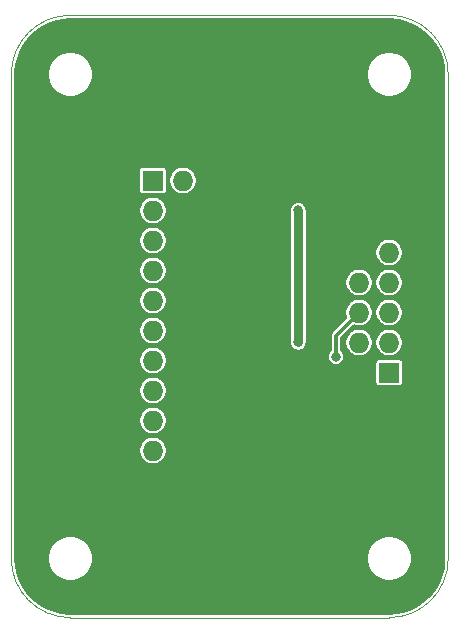
<source format=gbr>
G04 #@! TF.GenerationSoftware,KiCad,Pcbnew,5.1.5-52549c5~84~ubuntu19.10.1*
G04 #@! TF.CreationDate,2020-03-01T16:09:57+02:00*
G04 #@! TF.ProjectId,ARM-JTAG-TC2050-AVR,41524d2d-4a54-4414-972d-544332303530,v1.0*
G04 #@! TF.SameCoordinates,Original*
G04 #@! TF.FileFunction,Copper,L2,Bot*
G04 #@! TF.FilePolarity,Positive*
%FSLAX46Y46*%
G04 Gerber Fmt 4.6, Leading zero omitted, Abs format (unit mm)*
G04 Created by KiCad (PCBNEW 5.1.5-52549c5~84~ubuntu19.10.1) date 2020-03-01 16:09:57*
%MOMM*%
%LPD*%
G04 APERTURE LIST*
%ADD10C,0.050000*%
%ADD11O,1.727200X1.727200*%
%ADD12R,1.727200X1.727200*%
%ADD13C,0.800000*%
%ADD14C,0.300000*%
%ADD15C,0.800000*%
%ADD16C,0.200000*%
G04 APERTURE END LIST*
D10*
X82000000Y-50000000D02*
G75*
G02X87000000Y-55000000I0J-5000000D01*
G01*
X87000000Y-96000000D02*
G75*
G02X82000000Y-101000000I-5000000J0D01*
G01*
X55000000Y-101000000D02*
G75*
G02X50000000Y-96000000I0J5000000D01*
G01*
X50000000Y-55000000D02*
G75*
G02X55000000Y-50000000I5000000J0D01*
G01*
X55000000Y-50000000D02*
X82000000Y-50000000D01*
X87000000Y-55000000D02*
X87000000Y-96000000D01*
X55000000Y-101000000D02*
X82000000Y-101000000D01*
X50000000Y-55000000D02*
X50000000Y-96000000D01*
D11*
X79460000Y-70100000D03*
X82000000Y-70100000D03*
X79460000Y-72640000D03*
X82000000Y-72640000D03*
X79460000Y-75180000D03*
X82000000Y-75180000D03*
X79460000Y-77720000D03*
X82000000Y-77720000D03*
X79460000Y-80260000D03*
D12*
X82000000Y-80260000D03*
D11*
X64540000Y-86860000D03*
X62000000Y-86860000D03*
X64540000Y-84320000D03*
X62000000Y-84320000D03*
X64540000Y-81780000D03*
X62000000Y-81780000D03*
X64540000Y-79240000D03*
X62000000Y-79240000D03*
X64540000Y-76700000D03*
X62000000Y-76700000D03*
X64540000Y-74160000D03*
X62000000Y-74160000D03*
X64540000Y-71620000D03*
X62000000Y-71620000D03*
X64540000Y-69080000D03*
X62000000Y-69080000D03*
X64540000Y-66540000D03*
X62000000Y-66540000D03*
X64540000Y-64000000D03*
D12*
X62000000Y-64000000D03*
D13*
X63600000Y-56500000D03*
X72400000Y-72000000D03*
X71900000Y-78300000D03*
X73900000Y-81700000D03*
X72100000Y-85900000D03*
X71700000Y-69000000D03*
X70600000Y-66100000D03*
X81800000Y-61700000D03*
X81400000Y-88600000D03*
X70900000Y-95400000D03*
X55600000Y-89300000D03*
X55800000Y-76600000D03*
X73400000Y-55600000D03*
X52900000Y-60700000D03*
X62800000Y-98900000D03*
X77500000Y-78900000D03*
X74300000Y-77700000D03*
X74300000Y-66500000D03*
D14*
X79460000Y-75180000D02*
X77500000Y-77140000D01*
X77500000Y-77140000D02*
X77500000Y-78900000D01*
D15*
X74300000Y-77700000D02*
X74300000Y-66500000D01*
D16*
G36*
X82827641Y-50400156D02*
G01*
X83629125Y-50619418D01*
X84379110Y-50977142D01*
X85053896Y-51462025D01*
X85632155Y-52058741D01*
X86095602Y-52748425D01*
X86429593Y-53509276D01*
X86624171Y-54319751D01*
X86675000Y-55011914D01*
X86675001Y-95985519D01*
X86599843Y-96827643D01*
X86380582Y-97629125D01*
X86022858Y-98379110D01*
X85537975Y-99053896D01*
X84941259Y-99632155D01*
X84251576Y-100095601D01*
X83490723Y-100429593D01*
X82680249Y-100624171D01*
X81988086Y-100675000D01*
X55014469Y-100675000D01*
X54172357Y-100599843D01*
X53370875Y-100380582D01*
X52620890Y-100022858D01*
X51946104Y-99537975D01*
X51367845Y-98941259D01*
X50904399Y-98251576D01*
X50570407Y-97490723D01*
X50375829Y-96680249D01*
X50325000Y-95988086D01*
X50325000Y-95812866D01*
X53100000Y-95812866D01*
X53100000Y-96187134D01*
X53173016Y-96554209D01*
X53316242Y-96899987D01*
X53524174Y-97211179D01*
X53788821Y-97475826D01*
X54100013Y-97683758D01*
X54445791Y-97826984D01*
X54812866Y-97900000D01*
X55187134Y-97900000D01*
X55554209Y-97826984D01*
X55899987Y-97683758D01*
X56211179Y-97475826D01*
X56475826Y-97211179D01*
X56683758Y-96899987D01*
X56826984Y-96554209D01*
X56900000Y-96187134D01*
X56900000Y-95812866D01*
X80100000Y-95812866D01*
X80100000Y-96187134D01*
X80173016Y-96554209D01*
X80316242Y-96899987D01*
X80524174Y-97211179D01*
X80788821Y-97475826D01*
X81100013Y-97683758D01*
X81445791Y-97826984D01*
X81812866Y-97900000D01*
X82187134Y-97900000D01*
X82554209Y-97826984D01*
X82899987Y-97683758D01*
X83211179Y-97475826D01*
X83475826Y-97211179D01*
X83683758Y-96899987D01*
X83826984Y-96554209D01*
X83900000Y-96187134D01*
X83900000Y-95812866D01*
X83826984Y-95445791D01*
X83683758Y-95100013D01*
X83475826Y-94788821D01*
X83211179Y-94524174D01*
X82899987Y-94316242D01*
X82554209Y-94173016D01*
X82187134Y-94100000D01*
X81812866Y-94100000D01*
X81445791Y-94173016D01*
X81100013Y-94316242D01*
X80788821Y-94524174D01*
X80524174Y-94788821D01*
X80316242Y-95100013D01*
X80173016Y-95445791D01*
X80100000Y-95812866D01*
X56900000Y-95812866D01*
X56826984Y-95445791D01*
X56683758Y-95100013D01*
X56475826Y-94788821D01*
X56211179Y-94524174D01*
X55899987Y-94316242D01*
X55554209Y-94173016D01*
X55187134Y-94100000D01*
X54812866Y-94100000D01*
X54445791Y-94173016D01*
X54100013Y-94316242D01*
X53788821Y-94524174D01*
X53524174Y-94788821D01*
X53316242Y-95100013D01*
X53173016Y-95445791D01*
X53100000Y-95812866D01*
X50325000Y-95812866D01*
X50325000Y-86745395D01*
X60836400Y-86745395D01*
X60836400Y-86974605D01*
X60881117Y-87199410D01*
X60968831Y-87411171D01*
X61096173Y-87601752D01*
X61258248Y-87763827D01*
X61448829Y-87891169D01*
X61660590Y-87978883D01*
X61885395Y-88023600D01*
X62114605Y-88023600D01*
X62339410Y-87978883D01*
X62551171Y-87891169D01*
X62741752Y-87763827D01*
X62903827Y-87601752D01*
X63031169Y-87411171D01*
X63118883Y-87199410D01*
X63163600Y-86974605D01*
X63163600Y-86745395D01*
X63118883Y-86520590D01*
X63031169Y-86308829D01*
X62903827Y-86118248D01*
X62741752Y-85956173D01*
X62551171Y-85828831D01*
X62339410Y-85741117D01*
X62114605Y-85696400D01*
X61885395Y-85696400D01*
X61660590Y-85741117D01*
X61448829Y-85828831D01*
X61258248Y-85956173D01*
X61096173Y-86118248D01*
X60968831Y-86308829D01*
X60881117Y-86520590D01*
X60836400Y-86745395D01*
X50325000Y-86745395D01*
X50325000Y-84205395D01*
X60836400Y-84205395D01*
X60836400Y-84434605D01*
X60881117Y-84659410D01*
X60968831Y-84871171D01*
X61096173Y-85061752D01*
X61258248Y-85223827D01*
X61448829Y-85351169D01*
X61660590Y-85438883D01*
X61885395Y-85483600D01*
X62114605Y-85483600D01*
X62339410Y-85438883D01*
X62551171Y-85351169D01*
X62741752Y-85223827D01*
X62903827Y-85061752D01*
X63031169Y-84871171D01*
X63118883Y-84659410D01*
X63163600Y-84434605D01*
X63163600Y-84205395D01*
X63118883Y-83980590D01*
X63031169Y-83768829D01*
X62903827Y-83578248D01*
X62741752Y-83416173D01*
X62551171Y-83288831D01*
X62339410Y-83201117D01*
X62114605Y-83156400D01*
X61885395Y-83156400D01*
X61660590Y-83201117D01*
X61448829Y-83288831D01*
X61258248Y-83416173D01*
X61096173Y-83578248D01*
X60968831Y-83768829D01*
X60881117Y-83980590D01*
X60836400Y-84205395D01*
X50325000Y-84205395D01*
X50325000Y-81665395D01*
X60836400Y-81665395D01*
X60836400Y-81894605D01*
X60881117Y-82119410D01*
X60968831Y-82331171D01*
X61096173Y-82521752D01*
X61258248Y-82683827D01*
X61448829Y-82811169D01*
X61660590Y-82898883D01*
X61885395Y-82943600D01*
X62114605Y-82943600D01*
X62339410Y-82898883D01*
X62551171Y-82811169D01*
X62741752Y-82683827D01*
X62903827Y-82521752D01*
X63031169Y-82331171D01*
X63118883Y-82119410D01*
X63163600Y-81894605D01*
X63163600Y-81665395D01*
X63118883Y-81440590D01*
X63031169Y-81228829D01*
X62903827Y-81038248D01*
X62741752Y-80876173D01*
X62551171Y-80748831D01*
X62339410Y-80661117D01*
X62114605Y-80616400D01*
X61885395Y-80616400D01*
X61660590Y-80661117D01*
X61448829Y-80748831D01*
X61258248Y-80876173D01*
X61096173Y-81038248D01*
X60968831Y-81228829D01*
X60881117Y-81440590D01*
X60836400Y-81665395D01*
X50325000Y-81665395D01*
X50325000Y-79125395D01*
X60836400Y-79125395D01*
X60836400Y-79354605D01*
X60881117Y-79579410D01*
X60968831Y-79791171D01*
X61096173Y-79981752D01*
X61258248Y-80143827D01*
X61448829Y-80271169D01*
X61660590Y-80358883D01*
X61885395Y-80403600D01*
X62114605Y-80403600D01*
X62339410Y-80358883D01*
X62551171Y-80271169D01*
X62741752Y-80143827D01*
X62903827Y-79981752D01*
X63031169Y-79791171D01*
X63118883Y-79579410D01*
X63163600Y-79354605D01*
X63163600Y-79125395D01*
X63118883Y-78900590D01*
X63090082Y-78831056D01*
X76800000Y-78831056D01*
X76800000Y-78968944D01*
X76826901Y-79104182D01*
X76879668Y-79231574D01*
X76956274Y-79346224D01*
X77053776Y-79443726D01*
X77168426Y-79520332D01*
X77295818Y-79573099D01*
X77431056Y-79600000D01*
X77568944Y-79600000D01*
X77704182Y-79573099D01*
X77831574Y-79520332D01*
X77946224Y-79443726D01*
X77993550Y-79396400D01*
X80834949Y-79396400D01*
X80834949Y-81123600D01*
X80840741Y-81182410D01*
X80857896Y-81238960D01*
X80885753Y-81291077D01*
X80923242Y-81336758D01*
X80968923Y-81374247D01*
X81021040Y-81402104D01*
X81077590Y-81419259D01*
X81136400Y-81425051D01*
X82863600Y-81425051D01*
X82922410Y-81419259D01*
X82978960Y-81402104D01*
X83031077Y-81374247D01*
X83076758Y-81336758D01*
X83114247Y-81291077D01*
X83142104Y-81238960D01*
X83159259Y-81182410D01*
X83165051Y-81123600D01*
X83165051Y-79396400D01*
X83159259Y-79337590D01*
X83142104Y-79281040D01*
X83114247Y-79228923D01*
X83076758Y-79183242D01*
X83031077Y-79145753D01*
X82978960Y-79117896D01*
X82922410Y-79100741D01*
X82863600Y-79094949D01*
X81136400Y-79094949D01*
X81077590Y-79100741D01*
X81021040Y-79117896D01*
X80968923Y-79145753D01*
X80923242Y-79183242D01*
X80885753Y-79228923D01*
X80857896Y-79281040D01*
X80840741Y-79337590D01*
X80834949Y-79396400D01*
X77993550Y-79396400D01*
X78043726Y-79346224D01*
X78120332Y-79231574D01*
X78173099Y-79104182D01*
X78200000Y-78968944D01*
X78200000Y-78831056D01*
X78173099Y-78695818D01*
X78120332Y-78568426D01*
X78043726Y-78453776D01*
X77950000Y-78360050D01*
X77950000Y-77605395D01*
X78296400Y-77605395D01*
X78296400Y-77834605D01*
X78341117Y-78059410D01*
X78428831Y-78271171D01*
X78556173Y-78461752D01*
X78718248Y-78623827D01*
X78908829Y-78751169D01*
X79120590Y-78838883D01*
X79345395Y-78883600D01*
X79574605Y-78883600D01*
X79799410Y-78838883D01*
X80011171Y-78751169D01*
X80201752Y-78623827D01*
X80363827Y-78461752D01*
X80491169Y-78271171D01*
X80578883Y-78059410D01*
X80623600Y-77834605D01*
X80623600Y-77605395D01*
X80836400Y-77605395D01*
X80836400Y-77834605D01*
X80881117Y-78059410D01*
X80968831Y-78271171D01*
X81096173Y-78461752D01*
X81258248Y-78623827D01*
X81448829Y-78751169D01*
X81660590Y-78838883D01*
X81885395Y-78883600D01*
X82114605Y-78883600D01*
X82339410Y-78838883D01*
X82551171Y-78751169D01*
X82741752Y-78623827D01*
X82903827Y-78461752D01*
X83031169Y-78271171D01*
X83118883Y-78059410D01*
X83163600Y-77834605D01*
X83163600Y-77605395D01*
X83118883Y-77380590D01*
X83031169Y-77168829D01*
X82903827Y-76978248D01*
X82741752Y-76816173D01*
X82551171Y-76688831D01*
X82339410Y-76601117D01*
X82114605Y-76556400D01*
X81885395Y-76556400D01*
X81660590Y-76601117D01*
X81448829Y-76688831D01*
X81258248Y-76816173D01*
X81096173Y-76978248D01*
X80968831Y-77168829D01*
X80881117Y-77380590D01*
X80836400Y-77605395D01*
X80623600Y-77605395D01*
X80578883Y-77380590D01*
X80491169Y-77168829D01*
X80363827Y-76978248D01*
X80201752Y-76816173D01*
X80011171Y-76688831D01*
X79799410Y-76601117D01*
X79574605Y-76556400D01*
X79345395Y-76556400D01*
X79120590Y-76601117D01*
X78908829Y-76688831D01*
X78718248Y-76816173D01*
X78556173Y-76978248D01*
X78428831Y-77168829D01*
X78341117Y-77380590D01*
X78296400Y-77605395D01*
X77950000Y-77605395D01*
X77950000Y-77326395D01*
X79019419Y-76256977D01*
X79120590Y-76298883D01*
X79345395Y-76343600D01*
X79574605Y-76343600D01*
X79799410Y-76298883D01*
X80011171Y-76211169D01*
X80201752Y-76083827D01*
X80363827Y-75921752D01*
X80491169Y-75731171D01*
X80578883Y-75519410D01*
X80623600Y-75294605D01*
X80623600Y-75065395D01*
X80836400Y-75065395D01*
X80836400Y-75294605D01*
X80881117Y-75519410D01*
X80968831Y-75731171D01*
X81096173Y-75921752D01*
X81258248Y-76083827D01*
X81448829Y-76211169D01*
X81660590Y-76298883D01*
X81885395Y-76343600D01*
X82114605Y-76343600D01*
X82339410Y-76298883D01*
X82551171Y-76211169D01*
X82741752Y-76083827D01*
X82903827Y-75921752D01*
X83031169Y-75731171D01*
X83118883Y-75519410D01*
X83163600Y-75294605D01*
X83163600Y-75065395D01*
X83118883Y-74840590D01*
X83031169Y-74628829D01*
X82903827Y-74438248D01*
X82741752Y-74276173D01*
X82551171Y-74148831D01*
X82339410Y-74061117D01*
X82114605Y-74016400D01*
X81885395Y-74016400D01*
X81660590Y-74061117D01*
X81448829Y-74148831D01*
X81258248Y-74276173D01*
X81096173Y-74438248D01*
X80968831Y-74628829D01*
X80881117Y-74840590D01*
X80836400Y-75065395D01*
X80623600Y-75065395D01*
X80578883Y-74840590D01*
X80491169Y-74628829D01*
X80363827Y-74438248D01*
X80201752Y-74276173D01*
X80011171Y-74148831D01*
X79799410Y-74061117D01*
X79574605Y-74016400D01*
X79345395Y-74016400D01*
X79120590Y-74061117D01*
X78908829Y-74148831D01*
X78718248Y-74276173D01*
X78556173Y-74438248D01*
X78428831Y-74628829D01*
X78341117Y-74840590D01*
X78296400Y-75065395D01*
X78296400Y-75294605D01*
X78341117Y-75519410D01*
X78383023Y-75620581D01*
X77197434Y-76806171D01*
X77180263Y-76820263D01*
X77166172Y-76837433D01*
X77124029Y-76888784D01*
X77082244Y-76966959D01*
X77082243Y-76966960D01*
X77056511Y-77051786D01*
X77050000Y-77117896D01*
X77050000Y-77117906D01*
X77047824Y-77140000D01*
X77050000Y-77162095D01*
X77050001Y-78360049D01*
X76956274Y-78453776D01*
X76879668Y-78568426D01*
X76826901Y-78695818D01*
X76800000Y-78831056D01*
X63090082Y-78831056D01*
X63031169Y-78688829D01*
X62903827Y-78498248D01*
X62741752Y-78336173D01*
X62551171Y-78208831D01*
X62339410Y-78121117D01*
X62114605Y-78076400D01*
X61885395Y-78076400D01*
X61660590Y-78121117D01*
X61448829Y-78208831D01*
X61258248Y-78336173D01*
X61096173Y-78498248D01*
X60968831Y-78688829D01*
X60881117Y-78900590D01*
X60836400Y-79125395D01*
X50325000Y-79125395D01*
X50325000Y-76585395D01*
X60836400Y-76585395D01*
X60836400Y-76814605D01*
X60881117Y-77039410D01*
X60968831Y-77251171D01*
X61096173Y-77441752D01*
X61258248Y-77603827D01*
X61448829Y-77731169D01*
X61660590Y-77818883D01*
X61885395Y-77863600D01*
X62114605Y-77863600D01*
X62339410Y-77818883D01*
X62551171Y-77731169D01*
X62741752Y-77603827D01*
X62903827Y-77441752D01*
X63031169Y-77251171D01*
X63118883Y-77039410D01*
X63163600Y-76814605D01*
X63163600Y-76585395D01*
X63118883Y-76360590D01*
X63031169Y-76148829D01*
X62903827Y-75958248D01*
X62741752Y-75796173D01*
X62551171Y-75668831D01*
X62339410Y-75581117D01*
X62114605Y-75536400D01*
X61885395Y-75536400D01*
X61660590Y-75581117D01*
X61448829Y-75668831D01*
X61258248Y-75796173D01*
X61096173Y-75958248D01*
X60968831Y-76148829D01*
X60881117Y-76360590D01*
X60836400Y-76585395D01*
X50325000Y-76585395D01*
X50325000Y-74045395D01*
X60836400Y-74045395D01*
X60836400Y-74274605D01*
X60881117Y-74499410D01*
X60968831Y-74711171D01*
X61096173Y-74901752D01*
X61258248Y-75063827D01*
X61448829Y-75191169D01*
X61660590Y-75278883D01*
X61885395Y-75323600D01*
X62114605Y-75323600D01*
X62339410Y-75278883D01*
X62551171Y-75191169D01*
X62741752Y-75063827D01*
X62903827Y-74901752D01*
X63031169Y-74711171D01*
X63118883Y-74499410D01*
X63163600Y-74274605D01*
X63163600Y-74045395D01*
X63118883Y-73820590D01*
X63031169Y-73608829D01*
X62903827Y-73418248D01*
X62741752Y-73256173D01*
X62551171Y-73128831D01*
X62339410Y-73041117D01*
X62114605Y-72996400D01*
X61885395Y-72996400D01*
X61660590Y-73041117D01*
X61448829Y-73128831D01*
X61258248Y-73256173D01*
X61096173Y-73418248D01*
X60968831Y-73608829D01*
X60881117Y-73820590D01*
X60836400Y-74045395D01*
X50325000Y-74045395D01*
X50325000Y-71505395D01*
X60836400Y-71505395D01*
X60836400Y-71734605D01*
X60881117Y-71959410D01*
X60968831Y-72171171D01*
X61096173Y-72361752D01*
X61258248Y-72523827D01*
X61448829Y-72651169D01*
X61660590Y-72738883D01*
X61885395Y-72783600D01*
X62114605Y-72783600D01*
X62339410Y-72738883D01*
X62551171Y-72651169D01*
X62741752Y-72523827D01*
X62903827Y-72361752D01*
X63031169Y-72171171D01*
X63118883Y-71959410D01*
X63163600Y-71734605D01*
X63163600Y-71505395D01*
X63118883Y-71280590D01*
X63031169Y-71068829D01*
X62903827Y-70878248D01*
X62741752Y-70716173D01*
X62551171Y-70588831D01*
X62339410Y-70501117D01*
X62114605Y-70456400D01*
X61885395Y-70456400D01*
X61660590Y-70501117D01*
X61448829Y-70588831D01*
X61258248Y-70716173D01*
X61096173Y-70878248D01*
X60968831Y-71068829D01*
X60881117Y-71280590D01*
X60836400Y-71505395D01*
X50325000Y-71505395D01*
X50325000Y-68965395D01*
X60836400Y-68965395D01*
X60836400Y-69194605D01*
X60881117Y-69419410D01*
X60968831Y-69631171D01*
X61096173Y-69821752D01*
X61258248Y-69983827D01*
X61448829Y-70111169D01*
X61660590Y-70198883D01*
X61885395Y-70243600D01*
X62114605Y-70243600D01*
X62339410Y-70198883D01*
X62551171Y-70111169D01*
X62741752Y-69983827D01*
X62903827Y-69821752D01*
X63031169Y-69631171D01*
X63118883Y-69419410D01*
X63163600Y-69194605D01*
X63163600Y-68965395D01*
X63118883Y-68740590D01*
X63031169Y-68528829D01*
X62903827Y-68338248D01*
X62741752Y-68176173D01*
X62551171Y-68048831D01*
X62339410Y-67961117D01*
X62114605Y-67916400D01*
X61885395Y-67916400D01*
X61660590Y-67961117D01*
X61448829Y-68048831D01*
X61258248Y-68176173D01*
X61096173Y-68338248D01*
X60968831Y-68528829D01*
X60881117Y-68740590D01*
X60836400Y-68965395D01*
X50325000Y-68965395D01*
X50325000Y-66425395D01*
X60836400Y-66425395D01*
X60836400Y-66654605D01*
X60881117Y-66879410D01*
X60968831Y-67091171D01*
X61096173Y-67281752D01*
X61258248Y-67443827D01*
X61448829Y-67571169D01*
X61660590Y-67658883D01*
X61885395Y-67703600D01*
X62114605Y-67703600D01*
X62339410Y-67658883D01*
X62551171Y-67571169D01*
X62741752Y-67443827D01*
X62903827Y-67281752D01*
X63031169Y-67091171D01*
X63118883Y-66879410D01*
X63163600Y-66654605D01*
X63163600Y-66431056D01*
X73600000Y-66431056D01*
X73600000Y-66568944D01*
X73600001Y-66568949D01*
X73600000Y-77631056D01*
X73600000Y-77768944D01*
X73606741Y-77802832D01*
X73610128Y-77837223D01*
X73620160Y-77870295D01*
X73626901Y-77904182D01*
X73640123Y-77936103D01*
X73650155Y-77969174D01*
X73666445Y-77999650D01*
X73679668Y-78031574D01*
X73698867Y-78060308D01*
X73715155Y-78090780D01*
X73737072Y-78117487D01*
X73756274Y-78146224D01*
X73780713Y-78170663D01*
X73802630Y-78197369D01*
X73829337Y-78219287D01*
X73853776Y-78243726D01*
X73882510Y-78262925D01*
X73909219Y-78284845D01*
X73939696Y-78301135D01*
X73968426Y-78320332D01*
X74000346Y-78333554D01*
X74030825Y-78349845D01*
X74063900Y-78359878D01*
X74095818Y-78373099D01*
X74129702Y-78379839D01*
X74162776Y-78389872D01*
X74197169Y-78393259D01*
X74231056Y-78400000D01*
X74265610Y-78400000D01*
X74300000Y-78403387D01*
X74334390Y-78400000D01*
X74368944Y-78400000D01*
X74402832Y-78393259D01*
X74437223Y-78389872D01*
X74470295Y-78379840D01*
X74504182Y-78373099D01*
X74536103Y-78359877D01*
X74569174Y-78349845D01*
X74599650Y-78333555D01*
X74631574Y-78320332D01*
X74660308Y-78301133D01*
X74690780Y-78284845D01*
X74717487Y-78262928D01*
X74746224Y-78243726D01*
X74770663Y-78219287D01*
X74797369Y-78197370D01*
X74819287Y-78170663D01*
X74843726Y-78146224D01*
X74862925Y-78117490D01*
X74884845Y-78090781D01*
X74901135Y-78060304D01*
X74920332Y-78031574D01*
X74933554Y-77999654D01*
X74949845Y-77969175D01*
X74959878Y-77936100D01*
X74973099Y-77904182D01*
X74979839Y-77870298D01*
X74989872Y-77837224D01*
X74993259Y-77802831D01*
X75000000Y-77768944D01*
X75000000Y-72525395D01*
X78296400Y-72525395D01*
X78296400Y-72754605D01*
X78341117Y-72979410D01*
X78428831Y-73191171D01*
X78556173Y-73381752D01*
X78718248Y-73543827D01*
X78908829Y-73671169D01*
X79120590Y-73758883D01*
X79345395Y-73803600D01*
X79574605Y-73803600D01*
X79799410Y-73758883D01*
X80011171Y-73671169D01*
X80201752Y-73543827D01*
X80363827Y-73381752D01*
X80491169Y-73191171D01*
X80578883Y-72979410D01*
X80623600Y-72754605D01*
X80623600Y-72525395D01*
X80836400Y-72525395D01*
X80836400Y-72754605D01*
X80881117Y-72979410D01*
X80968831Y-73191171D01*
X81096173Y-73381752D01*
X81258248Y-73543827D01*
X81448829Y-73671169D01*
X81660590Y-73758883D01*
X81885395Y-73803600D01*
X82114605Y-73803600D01*
X82339410Y-73758883D01*
X82551171Y-73671169D01*
X82741752Y-73543827D01*
X82903827Y-73381752D01*
X83031169Y-73191171D01*
X83118883Y-72979410D01*
X83163600Y-72754605D01*
X83163600Y-72525395D01*
X83118883Y-72300590D01*
X83031169Y-72088829D01*
X82903827Y-71898248D01*
X82741752Y-71736173D01*
X82551171Y-71608831D01*
X82339410Y-71521117D01*
X82114605Y-71476400D01*
X81885395Y-71476400D01*
X81660590Y-71521117D01*
X81448829Y-71608831D01*
X81258248Y-71736173D01*
X81096173Y-71898248D01*
X80968831Y-72088829D01*
X80881117Y-72300590D01*
X80836400Y-72525395D01*
X80623600Y-72525395D01*
X80578883Y-72300590D01*
X80491169Y-72088829D01*
X80363827Y-71898248D01*
X80201752Y-71736173D01*
X80011171Y-71608831D01*
X79799410Y-71521117D01*
X79574605Y-71476400D01*
X79345395Y-71476400D01*
X79120590Y-71521117D01*
X78908829Y-71608831D01*
X78718248Y-71736173D01*
X78556173Y-71898248D01*
X78428831Y-72088829D01*
X78341117Y-72300590D01*
X78296400Y-72525395D01*
X75000000Y-72525395D01*
X75000000Y-69985395D01*
X80836400Y-69985395D01*
X80836400Y-70214605D01*
X80881117Y-70439410D01*
X80968831Y-70651171D01*
X81096173Y-70841752D01*
X81258248Y-71003827D01*
X81448829Y-71131169D01*
X81660590Y-71218883D01*
X81885395Y-71263600D01*
X82114605Y-71263600D01*
X82339410Y-71218883D01*
X82551171Y-71131169D01*
X82741752Y-71003827D01*
X82903827Y-70841752D01*
X83031169Y-70651171D01*
X83118883Y-70439410D01*
X83163600Y-70214605D01*
X83163600Y-69985395D01*
X83118883Y-69760590D01*
X83031169Y-69548829D01*
X82903827Y-69358248D01*
X82741752Y-69196173D01*
X82551171Y-69068831D01*
X82339410Y-68981117D01*
X82114605Y-68936400D01*
X81885395Y-68936400D01*
X81660590Y-68981117D01*
X81448829Y-69068831D01*
X81258248Y-69196173D01*
X81096173Y-69358248D01*
X80968831Y-69548829D01*
X80881117Y-69760590D01*
X80836400Y-69985395D01*
X75000000Y-69985395D01*
X75000000Y-66431056D01*
X74993259Y-66397169D01*
X74989872Y-66362776D01*
X74979839Y-66329702D01*
X74973099Y-66295818D01*
X74959878Y-66263900D01*
X74949845Y-66230825D01*
X74933554Y-66200346D01*
X74920332Y-66168426D01*
X74901135Y-66139696D01*
X74884845Y-66109219D01*
X74862924Y-66082508D01*
X74843726Y-66053776D01*
X74819291Y-66029341D01*
X74797370Y-66002630D01*
X74770659Y-65980709D01*
X74746224Y-65956274D01*
X74717492Y-65937076D01*
X74690781Y-65915155D01*
X74660304Y-65898865D01*
X74631574Y-65879668D01*
X74599654Y-65866446D01*
X74569175Y-65850155D01*
X74536100Y-65840122D01*
X74504182Y-65826901D01*
X74470298Y-65820161D01*
X74437224Y-65810128D01*
X74402831Y-65806741D01*
X74368944Y-65800000D01*
X74334390Y-65800000D01*
X74300000Y-65796613D01*
X74265610Y-65800000D01*
X74231056Y-65800000D01*
X74197168Y-65806741D01*
X74162777Y-65810128D01*
X74129705Y-65820160D01*
X74095818Y-65826901D01*
X74063897Y-65840123D01*
X74030826Y-65850155D01*
X74000350Y-65866445D01*
X73968426Y-65879668D01*
X73939692Y-65898867D01*
X73909220Y-65915155D01*
X73882513Y-65937072D01*
X73853776Y-65956274D01*
X73829337Y-65980713D01*
X73802631Y-66002630D01*
X73780714Y-66029336D01*
X73756274Y-66053776D01*
X73737072Y-66082515D01*
X73715156Y-66109219D01*
X73698870Y-66139688D01*
X73679668Y-66168426D01*
X73666443Y-66200354D01*
X73650156Y-66230825D01*
X73640126Y-66263891D01*
X73626901Y-66295818D01*
X73620159Y-66329711D01*
X73610129Y-66362776D01*
X73606743Y-66397159D01*
X73600000Y-66431056D01*
X63163600Y-66431056D01*
X63163600Y-66425395D01*
X63118883Y-66200590D01*
X63031169Y-65988829D01*
X62903827Y-65798248D01*
X62741752Y-65636173D01*
X62551171Y-65508831D01*
X62339410Y-65421117D01*
X62114605Y-65376400D01*
X61885395Y-65376400D01*
X61660590Y-65421117D01*
X61448829Y-65508831D01*
X61258248Y-65636173D01*
X61096173Y-65798248D01*
X60968831Y-65988829D01*
X60881117Y-66200590D01*
X60836400Y-66425395D01*
X50325000Y-66425395D01*
X50325000Y-63136400D01*
X60834949Y-63136400D01*
X60834949Y-64863600D01*
X60840741Y-64922410D01*
X60857896Y-64978960D01*
X60885753Y-65031077D01*
X60923242Y-65076758D01*
X60968923Y-65114247D01*
X61021040Y-65142104D01*
X61077590Y-65159259D01*
X61136400Y-65165051D01*
X62863600Y-65165051D01*
X62922410Y-65159259D01*
X62978960Y-65142104D01*
X63031077Y-65114247D01*
X63076758Y-65076758D01*
X63114247Y-65031077D01*
X63142104Y-64978960D01*
X63159259Y-64922410D01*
X63165051Y-64863600D01*
X63165051Y-63885395D01*
X63376400Y-63885395D01*
X63376400Y-64114605D01*
X63421117Y-64339410D01*
X63508831Y-64551171D01*
X63636173Y-64741752D01*
X63798248Y-64903827D01*
X63988829Y-65031169D01*
X64200590Y-65118883D01*
X64425395Y-65163600D01*
X64654605Y-65163600D01*
X64879410Y-65118883D01*
X65091171Y-65031169D01*
X65281752Y-64903827D01*
X65443827Y-64741752D01*
X65571169Y-64551171D01*
X65658883Y-64339410D01*
X65703600Y-64114605D01*
X65703600Y-63885395D01*
X65658883Y-63660590D01*
X65571169Y-63448829D01*
X65443827Y-63258248D01*
X65281752Y-63096173D01*
X65091171Y-62968831D01*
X64879410Y-62881117D01*
X64654605Y-62836400D01*
X64425395Y-62836400D01*
X64200590Y-62881117D01*
X63988829Y-62968831D01*
X63798248Y-63096173D01*
X63636173Y-63258248D01*
X63508831Y-63448829D01*
X63421117Y-63660590D01*
X63376400Y-63885395D01*
X63165051Y-63885395D01*
X63165051Y-63136400D01*
X63159259Y-63077590D01*
X63142104Y-63021040D01*
X63114247Y-62968923D01*
X63076758Y-62923242D01*
X63031077Y-62885753D01*
X62978960Y-62857896D01*
X62922410Y-62840741D01*
X62863600Y-62834949D01*
X61136400Y-62834949D01*
X61077590Y-62840741D01*
X61021040Y-62857896D01*
X60968923Y-62885753D01*
X60923242Y-62923242D01*
X60885753Y-62968923D01*
X60857896Y-63021040D01*
X60840741Y-63077590D01*
X60834949Y-63136400D01*
X50325000Y-63136400D01*
X50325000Y-55014470D01*
X50342992Y-54812866D01*
X53100000Y-54812866D01*
X53100000Y-55187134D01*
X53173016Y-55554209D01*
X53316242Y-55899987D01*
X53524174Y-56211179D01*
X53788821Y-56475826D01*
X54100013Y-56683758D01*
X54445791Y-56826984D01*
X54812866Y-56900000D01*
X55187134Y-56900000D01*
X55554209Y-56826984D01*
X55899987Y-56683758D01*
X56211179Y-56475826D01*
X56475826Y-56211179D01*
X56683758Y-55899987D01*
X56826984Y-55554209D01*
X56900000Y-55187134D01*
X56900000Y-54812866D01*
X80100000Y-54812866D01*
X80100000Y-55187134D01*
X80173016Y-55554209D01*
X80316242Y-55899987D01*
X80524174Y-56211179D01*
X80788821Y-56475826D01*
X81100013Y-56683758D01*
X81445791Y-56826984D01*
X81812866Y-56900000D01*
X82187134Y-56900000D01*
X82554209Y-56826984D01*
X82899987Y-56683758D01*
X83211179Y-56475826D01*
X83475826Y-56211179D01*
X83683758Y-55899987D01*
X83826984Y-55554209D01*
X83900000Y-55187134D01*
X83900000Y-54812866D01*
X83826984Y-54445791D01*
X83683758Y-54100013D01*
X83475826Y-53788821D01*
X83211179Y-53524174D01*
X82899987Y-53316242D01*
X82554209Y-53173016D01*
X82187134Y-53100000D01*
X81812866Y-53100000D01*
X81445791Y-53173016D01*
X81100013Y-53316242D01*
X80788821Y-53524174D01*
X80524174Y-53788821D01*
X80316242Y-54100013D01*
X80173016Y-54445791D01*
X80100000Y-54812866D01*
X56900000Y-54812866D01*
X56826984Y-54445791D01*
X56683758Y-54100013D01*
X56475826Y-53788821D01*
X56211179Y-53524174D01*
X55899987Y-53316242D01*
X55554209Y-53173016D01*
X55187134Y-53100000D01*
X54812866Y-53100000D01*
X54445791Y-53173016D01*
X54100013Y-53316242D01*
X53788821Y-53524174D01*
X53524174Y-53788821D01*
X53316242Y-54100013D01*
X53173016Y-54445791D01*
X53100000Y-54812866D01*
X50342992Y-54812866D01*
X50400156Y-54172359D01*
X50619418Y-53370875D01*
X50977142Y-52620890D01*
X51462025Y-51946104D01*
X52058741Y-51367845D01*
X52748425Y-50904398D01*
X53509276Y-50570407D01*
X54319751Y-50375829D01*
X55011914Y-50325000D01*
X81985530Y-50325000D01*
X82827641Y-50400156D01*
G37*
X82827641Y-50400156D02*
X83629125Y-50619418D01*
X84379110Y-50977142D01*
X85053896Y-51462025D01*
X85632155Y-52058741D01*
X86095602Y-52748425D01*
X86429593Y-53509276D01*
X86624171Y-54319751D01*
X86675000Y-55011914D01*
X86675001Y-95985519D01*
X86599843Y-96827643D01*
X86380582Y-97629125D01*
X86022858Y-98379110D01*
X85537975Y-99053896D01*
X84941259Y-99632155D01*
X84251576Y-100095601D01*
X83490723Y-100429593D01*
X82680249Y-100624171D01*
X81988086Y-100675000D01*
X55014469Y-100675000D01*
X54172357Y-100599843D01*
X53370875Y-100380582D01*
X52620890Y-100022858D01*
X51946104Y-99537975D01*
X51367845Y-98941259D01*
X50904399Y-98251576D01*
X50570407Y-97490723D01*
X50375829Y-96680249D01*
X50325000Y-95988086D01*
X50325000Y-95812866D01*
X53100000Y-95812866D01*
X53100000Y-96187134D01*
X53173016Y-96554209D01*
X53316242Y-96899987D01*
X53524174Y-97211179D01*
X53788821Y-97475826D01*
X54100013Y-97683758D01*
X54445791Y-97826984D01*
X54812866Y-97900000D01*
X55187134Y-97900000D01*
X55554209Y-97826984D01*
X55899987Y-97683758D01*
X56211179Y-97475826D01*
X56475826Y-97211179D01*
X56683758Y-96899987D01*
X56826984Y-96554209D01*
X56900000Y-96187134D01*
X56900000Y-95812866D01*
X80100000Y-95812866D01*
X80100000Y-96187134D01*
X80173016Y-96554209D01*
X80316242Y-96899987D01*
X80524174Y-97211179D01*
X80788821Y-97475826D01*
X81100013Y-97683758D01*
X81445791Y-97826984D01*
X81812866Y-97900000D01*
X82187134Y-97900000D01*
X82554209Y-97826984D01*
X82899987Y-97683758D01*
X83211179Y-97475826D01*
X83475826Y-97211179D01*
X83683758Y-96899987D01*
X83826984Y-96554209D01*
X83900000Y-96187134D01*
X83900000Y-95812866D01*
X83826984Y-95445791D01*
X83683758Y-95100013D01*
X83475826Y-94788821D01*
X83211179Y-94524174D01*
X82899987Y-94316242D01*
X82554209Y-94173016D01*
X82187134Y-94100000D01*
X81812866Y-94100000D01*
X81445791Y-94173016D01*
X81100013Y-94316242D01*
X80788821Y-94524174D01*
X80524174Y-94788821D01*
X80316242Y-95100013D01*
X80173016Y-95445791D01*
X80100000Y-95812866D01*
X56900000Y-95812866D01*
X56826984Y-95445791D01*
X56683758Y-95100013D01*
X56475826Y-94788821D01*
X56211179Y-94524174D01*
X55899987Y-94316242D01*
X55554209Y-94173016D01*
X55187134Y-94100000D01*
X54812866Y-94100000D01*
X54445791Y-94173016D01*
X54100013Y-94316242D01*
X53788821Y-94524174D01*
X53524174Y-94788821D01*
X53316242Y-95100013D01*
X53173016Y-95445791D01*
X53100000Y-95812866D01*
X50325000Y-95812866D01*
X50325000Y-86745395D01*
X60836400Y-86745395D01*
X60836400Y-86974605D01*
X60881117Y-87199410D01*
X60968831Y-87411171D01*
X61096173Y-87601752D01*
X61258248Y-87763827D01*
X61448829Y-87891169D01*
X61660590Y-87978883D01*
X61885395Y-88023600D01*
X62114605Y-88023600D01*
X62339410Y-87978883D01*
X62551171Y-87891169D01*
X62741752Y-87763827D01*
X62903827Y-87601752D01*
X63031169Y-87411171D01*
X63118883Y-87199410D01*
X63163600Y-86974605D01*
X63163600Y-86745395D01*
X63118883Y-86520590D01*
X63031169Y-86308829D01*
X62903827Y-86118248D01*
X62741752Y-85956173D01*
X62551171Y-85828831D01*
X62339410Y-85741117D01*
X62114605Y-85696400D01*
X61885395Y-85696400D01*
X61660590Y-85741117D01*
X61448829Y-85828831D01*
X61258248Y-85956173D01*
X61096173Y-86118248D01*
X60968831Y-86308829D01*
X60881117Y-86520590D01*
X60836400Y-86745395D01*
X50325000Y-86745395D01*
X50325000Y-84205395D01*
X60836400Y-84205395D01*
X60836400Y-84434605D01*
X60881117Y-84659410D01*
X60968831Y-84871171D01*
X61096173Y-85061752D01*
X61258248Y-85223827D01*
X61448829Y-85351169D01*
X61660590Y-85438883D01*
X61885395Y-85483600D01*
X62114605Y-85483600D01*
X62339410Y-85438883D01*
X62551171Y-85351169D01*
X62741752Y-85223827D01*
X62903827Y-85061752D01*
X63031169Y-84871171D01*
X63118883Y-84659410D01*
X63163600Y-84434605D01*
X63163600Y-84205395D01*
X63118883Y-83980590D01*
X63031169Y-83768829D01*
X62903827Y-83578248D01*
X62741752Y-83416173D01*
X62551171Y-83288831D01*
X62339410Y-83201117D01*
X62114605Y-83156400D01*
X61885395Y-83156400D01*
X61660590Y-83201117D01*
X61448829Y-83288831D01*
X61258248Y-83416173D01*
X61096173Y-83578248D01*
X60968831Y-83768829D01*
X60881117Y-83980590D01*
X60836400Y-84205395D01*
X50325000Y-84205395D01*
X50325000Y-81665395D01*
X60836400Y-81665395D01*
X60836400Y-81894605D01*
X60881117Y-82119410D01*
X60968831Y-82331171D01*
X61096173Y-82521752D01*
X61258248Y-82683827D01*
X61448829Y-82811169D01*
X61660590Y-82898883D01*
X61885395Y-82943600D01*
X62114605Y-82943600D01*
X62339410Y-82898883D01*
X62551171Y-82811169D01*
X62741752Y-82683827D01*
X62903827Y-82521752D01*
X63031169Y-82331171D01*
X63118883Y-82119410D01*
X63163600Y-81894605D01*
X63163600Y-81665395D01*
X63118883Y-81440590D01*
X63031169Y-81228829D01*
X62903827Y-81038248D01*
X62741752Y-80876173D01*
X62551171Y-80748831D01*
X62339410Y-80661117D01*
X62114605Y-80616400D01*
X61885395Y-80616400D01*
X61660590Y-80661117D01*
X61448829Y-80748831D01*
X61258248Y-80876173D01*
X61096173Y-81038248D01*
X60968831Y-81228829D01*
X60881117Y-81440590D01*
X60836400Y-81665395D01*
X50325000Y-81665395D01*
X50325000Y-79125395D01*
X60836400Y-79125395D01*
X60836400Y-79354605D01*
X60881117Y-79579410D01*
X60968831Y-79791171D01*
X61096173Y-79981752D01*
X61258248Y-80143827D01*
X61448829Y-80271169D01*
X61660590Y-80358883D01*
X61885395Y-80403600D01*
X62114605Y-80403600D01*
X62339410Y-80358883D01*
X62551171Y-80271169D01*
X62741752Y-80143827D01*
X62903827Y-79981752D01*
X63031169Y-79791171D01*
X63118883Y-79579410D01*
X63163600Y-79354605D01*
X63163600Y-79125395D01*
X63118883Y-78900590D01*
X63090082Y-78831056D01*
X76800000Y-78831056D01*
X76800000Y-78968944D01*
X76826901Y-79104182D01*
X76879668Y-79231574D01*
X76956274Y-79346224D01*
X77053776Y-79443726D01*
X77168426Y-79520332D01*
X77295818Y-79573099D01*
X77431056Y-79600000D01*
X77568944Y-79600000D01*
X77704182Y-79573099D01*
X77831574Y-79520332D01*
X77946224Y-79443726D01*
X77993550Y-79396400D01*
X80834949Y-79396400D01*
X80834949Y-81123600D01*
X80840741Y-81182410D01*
X80857896Y-81238960D01*
X80885753Y-81291077D01*
X80923242Y-81336758D01*
X80968923Y-81374247D01*
X81021040Y-81402104D01*
X81077590Y-81419259D01*
X81136400Y-81425051D01*
X82863600Y-81425051D01*
X82922410Y-81419259D01*
X82978960Y-81402104D01*
X83031077Y-81374247D01*
X83076758Y-81336758D01*
X83114247Y-81291077D01*
X83142104Y-81238960D01*
X83159259Y-81182410D01*
X83165051Y-81123600D01*
X83165051Y-79396400D01*
X83159259Y-79337590D01*
X83142104Y-79281040D01*
X83114247Y-79228923D01*
X83076758Y-79183242D01*
X83031077Y-79145753D01*
X82978960Y-79117896D01*
X82922410Y-79100741D01*
X82863600Y-79094949D01*
X81136400Y-79094949D01*
X81077590Y-79100741D01*
X81021040Y-79117896D01*
X80968923Y-79145753D01*
X80923242Y-79183242D01*
X80885753Y-79228923D01*
X80857896Y-79281040D01*
X80840741Y-79337590D01*
X80834949Y-79396400D01*
X77993550Y-79396400D01*
X78043726Y-79346224D01*
X78120332Y-79231574D01*
X78173099Y-79104182D01*
X78200000Y-78968944D01*
X78200000Y-78831056D01*
X78173099Y-78695818D01*
X78120332Y-78568426D01*
X78043726Y-78453776D01*
X77950000Y-78360050D01*
X77950000Y-77605395D01*
X78296400Y-77605395D01*
X78296400Y-77834605D01*
X78341117Y-78059410D01*
X78428831Y-78271171D01*
X78556173Y-78461752D01*
X78718248Y-78623827D01*
X78908829Y-78751169D01*
X79120590Y-78838883D01*
X79345395Y-78883600D01*
X79574605Y-78883600D01*
X79799410Y-78838883D01*
X80011171Y-78751169D01*
X80201752Y-78623827D01*
X80363827Y-78461752D01*
X80491169Y-78271171D01*
X80578883Y-78059410D01*
X80623600Y-77834605D01*
X80623600Y-77605395D01*
X80836400Y-77605395D01*
X80836400Y-77834605D01*
X80881117Y-78059410D01*
X80968831Y-78271171D01*
X81096173Y-78461752D01*
X81258248Y-78623827D01*
X81448829Y-78751169D01*
X81660590Y-78838883D01*
X81885395Y-78883600D01*
X82114605Y-78883600D01*
X82339410Y-78838883D01*
X82551171Y-78751169D01*
X82741752Y-78623827D01*
X82903827Y-78461752D01*
X83031169Y-78271171D01*
X83118883Y-78059410D01*
X83163600Y-77834605D01*
X83163600Y-77605395D01*
X83118883Y-77380590D01*
X83031169Y-77168829D01*
X82903827Y-76978248D01*
X82741752Y-76816173D01*
X82551171Y-76688831D01*
X82339410Y-76601117D01*
X82114605Y-76556400D01*
X81885395Y-76556400D01*
X81660590Y-76601117D01*
X81448829Y-76688831D01*
X81258248Y-76816173D01*
X81096173Y-76978248D01*
X80968831Y-77168829D01*
X80881117Y-77380590D01*
X80836400Y-77605395D01*
X80623600Y-77605395D01*
X80578883Y-77380590D01*
X80491169Y-77168829D01*
X80363827Y-76978248D01*
X80201752Y-76816173D01*
X80011171Y-76688831D01*
X79799410Y-76601117D01*
X79574605Y-76556400D01*
X79345395Y-76556400D01*
X79120590Y-76601117D01*
X78908829Y-76688831D01*
X78718248Y-76816173D01*
X78556173Y-76978248D01*
X78428831Y-77168829D01*
X78341117Y-77380590D01*
X78296400Y-77605395D01*
X77950000Y-77605395D01*
X77950000Y-77326395D01*
X79019419Y-76256977D01*
X79120590Y-76298883D01*
X79345395Y-76343600D01*
X79574605Y-76343600D01*
X79799410Y-76298883D01*
X80011171Y-76211169D01*
X80201752Y-76083827D01*
X80363827Y-75921752D01*
X80491169Y-75731171D01*
X80578883Y-75519410D01*
X80623600Y-75294605D01*
X80623600Y-75065395D01*
X80836400Y-75065395D01*
X80836400Y-75294605D01*
X80881117Y-75519410D01*
X80968831Y-75731171D01*
X81096173Y-75921752D01*
X81258248Y-76083827D01*
X81448829Y-76211169D01*
X81660590Y-76298883D01*
X81885395Y-76343600D01*
X82114605Y-76343600D01*
X82339410Y-76298883D01*
X82551171Y-76211169D01*
X82741752Y-76083827D01*
X82903827Y-75921752D01*
X83031169Y-75731171D01*
X83118883Y-75519410D01*
X83163600Y-75294605D01*
X83163600Y-75065395D01*
X83118883Y-74840590D01*
X83031169Y-74628829D01*
X82903827Y-74438248D01*
X82741752Y-74276173D01*
X82551171Y-74148831D01*
X82339410Y-74061117D01*
X82114605Y-74016400D01*
X81885395Y-74016400D01*
X81660590Y-74061117D01*
X81448829Y-74148831D01*
X81258248Y-74276173D01*
X81096173Y-74438248D01*
X80968831Y-74628829D01*
X80881117Y-74840590D01*
X80836400Y-75065395D01*
X80623600Y-75065395D01*
X80578883Y-74840590D01*
X80491169Y-74628829D01*
X80363827Y-74438248D01*
X80201752Y-74276173D01*
X80011171Y-74148831D01*
X79799410Y-74061117D01*
X79574605Y-74016400D01*
X79345395Y-74016400D01*
X79120590Y-74061117D01*
X78908829Y-74148831D01*
X78718248Y-74276173D01*
X78556173Y-74438248D01*
X78428831Y-74628829D01*
X78341117Y-74840590D01*
X78296400Y-75065395D01*
X78296400Y-75294605D01*
X78341117Y-75519410D01*
X78383023Y-75620581D01*
X77197434Y-76806171D01*
X77180263Y-76820263D01*
X77166172Y-76837433D01*
X77124029Y-76888784D01*
X77082244Y-76966959D01*
X77082243Y-76966960D01*
X77056511Y-77051786D01*
X77050000Y-77117896D01*
X77050000Y-77117906D01*
X77047824Y-77140000D01*
X77050000Y-77162095D01*
X77050001Y-78360049D01*
X76956274Y-78453776D01*
X76879668Y-78568426D01*
X76826901Y-78695818D01*
X76800000Y-78831056D01*
X63090082Y-78831056D01*
X63031169Y-78688829D01*
X62903827Y-78498248D01*
X62741752Y-78336173D01*
X62551171Y-78208831D01*
X62339410Y-78121117D01*
X62114605Y-78076400D01*
X61885395Y-78076400D01*
X61660590Y-78121117D01*
X61448829Y-78208831D01*
X61258248Y-78336173D01*
X61096173Y-78498248D01*
X60968831Y-78688829D01*
X60881117Y-78900590D01*
X60836400Y-79125395D01*
X50325000Y-79125395D01*
X50325000Y-76585395D01*
X60836400Y-76585395D01*
X60836400Y-76814605D01*
X60881117Y-77039410D01*
X60968831Y-77251171D01*
X61096173Y-77441752D01*
X61258248Y-77603827D01*
X61448829Y-77731169D01*
X61660590Y-77818883D01*
X61885395Y-77863600D01*
X62114605Y-77863600D01*
X62339410Y-77818883D01*
X62551171Y-77731169D01*
X62741752Y-77603827D01*
X62903827Y-77441752D01*
X63031169Y-77251171D01*
X63118883Y-77039410D01*
X63163600Y-76814605D01*
X63163600Y-76585395D01*
X63118883Y-76360590D01*
X63031169Y-76148829D01*
X62903827Y-75958248D01*
X62741752Y-75796173D01*
X62551171Y-75668831D01*
X62339410Y-75581117D01*
X62114605Y-75536400D01*
X61885395Y-75536400D01*
X61660590Y-75581117D01*
X61448829Y-75668831D01*
X61258248Y-75796173D01*
X61096173Y-75958248D01*
X60968831Y-76148829D01*
X60881117Y-76360590D01*
X60836400Y-76585395D01*
X50325000Y-76585395D01*
X50325000Y-74045395D01*
X60836400Y-74045395D01*
X60836400Y-74274605D01*
X60881117Y-74499410D01*
X60968831Y-74711171D01*
X61096173Y-74901752D01*
X61258248Y-75063827D01*
X61448829Y-75191169D01*
X61660590Y-75278883D01*
X61885395Y-75323600D01*
X62114605Y-75323600D01*
X62339410Y-75278883D01*
X62551171Y-75191169D01*
X62741752Y-75063827D01*
X62903827Y-74901752D01*
X63031169Y-74711171D01*
X63118883Y-74499410D01*
X63163600Y-74274605D01*
X63163600Y-74045395D01*
X63118883Y-73820590D01*
X63031169Y-73608829D01*
X62903827Y-73418248D01*
X62741752Y-73256173D01*
X62551171Y-73128831D01*
X62339410Y-73041117D01*
X62114605Y-72996400D01*
X61885395Y-72996400D01*
X61660590Y-73041117D01*
X61448829Y-73128831D01*
X61258248Y-73256173D01*
X61096173Y-73418248D01*
X60968831Y-73608829D01*
X60881117Y-73820590D01*
X60836400Y-74045395D01*
X50325000Y-74045395D01*
X50325000Y-71505395D01*
X60836400Y-71505395D01*
X60836400Y-71734605D01*
X60881117Y-71959410D01*
X60968831Y-72171171D01*
X61096173Y-72361752D01*
X61258248Y-72523827D01*
X61448829Y-72651169D01*
X61660590Y-72738883D01*
X61885395Y-72783600D01*
X62114605Y-72783600D01*
X62339410Y-72738883D01*
X62551171Y-72651169D01*
X62741752Y-72523827D01*
X62903827Y-72361752D01*
X63031169Y-72171171D01*
X63118883Y-71959410D01*
X63163600Y-71734605D01*
X63163600Y-71505395D01*
X63118883Y-71280590D01*
X63031169Y-71068829D01*
X62903827Y-70878248D01*
X62741752Y-70716173D01*
X62551171Y-70588831D01*
X62339410Y-70501117D01*
X62114605Y-70456400D01*
X61885395Y-70456400D01*
X61660590Y-70501117D01*
X61448829Y-70588831D01*
X61258248Y-70716173D01*
X61096173Y-70878248D01*
X60968831Y-71068829D01*
X60881117Y-71280590D01*
X60836400Y-71505395D01*
X50325000Y-71505395D01*
X50325000Y-68965395D01*
X60836400Y-68965395D01*
X60836400Y-69194605D01*
X60881117Y-69419410D01*
X60968831Y-69631171D01*
X61096173Y-69821752D01*
X61258248Y-69983827D01*
X61448829Y-70111169D01*
X61660590Y-70198883D01*
X61885395Y-70243600D01*
X62114605Y-70243600D01*
X62339410Y-70198883D01*
X62551171Y-70111169D01*
X62741752Y-69983827D01*
X62903827Y-69821752D01*
X63031169Y-69631171D01*
X63118883Y-69419410D01*
X63163600Y-69194605D01*
X63163600Y-68965395D01*
X63118883Y-68740590D01*
X63031169Y-68528829D01*
X62903827Y-68338248D01*
X62741752Y-68176173D01*
X62551171Y-68048831D01*
X62339410Y-67961117D01*
X62114605Y-67916400D01*
X61885395Y-67916400D01*
X61660590Y-67961117D01*
X61448829Y-68048831D01*
X61258248Y-68176173D01*
X61096173Y-68338248D01*
X60968831Y-68528829D01*
X60881117Y-68740590D01*
X60836400Y-68965395D01*
X50325000Y-68965395D01*
X50325000Y-66425395D01*
X60836400Y-66425395D01*
X60836400Y-66654605D01*
X60881117Y-66879410D01*
X60968831Y-67091171D01*
X61096173Y-67281752D01*
X61258248Y-67443827D01*
X61448829Y-67571169D01*
X61660590Y-67658883D01*
X61885395Y-67703600D01*
X62114605Y-67703600D01*
X62339410Y-67658883D01*
X62551171Y-67571169D01*
X62741752Y-67443827D01*
X62903827Y-67281752D01*
X63031169Y-67091171D01*
X63118883Y-66879410D01*
X63163600Y-66654605D01*
X63163600Y-66431056D01*
X73600000Y-66431056D01*
X73600000Y-66568944D01*
X73600001Y-66568949D01*
X73600000Y-77631056D01*
X73600000Y-77768944D01*
X73606741Y-77802832D01*
X73610128Y-77837223D01*
X73620160Y-77870295D01*
X73626901Y-77904182D01*
X73640123Y-77936103D01*
X73650155Y-77969174D01*
X73666445Y-77999650D01*
X73679668Y-78031574D01*
X73698867Y-78060308D01*
X73715155Y-78090780D01*
X73737072Y-78117487D01*
X73756274Y-78146224D01*
X73780713Y-78170663D01*
X73802630Y-78197369D01*
X73829337Y-78219287D01*
X73853776Y-78243726D01*
X73882510Y-78262925D01*
X73909219Y-78284845D01*
X73939696Y-78301135D01*
X73968426Y-78320332D01*
X74000346Y-78333554D01*
X74030825Y-78349845D01*
X74063900Y-78359878D01*
X74095818Y-78373099D01*
X74129702Y-78379839D01*
X74162776Y-78389872D01*
X74197169Y-78393259D01*
X74231056Y-78400000D01*
X74265610Y-78400000D01*
X74300000Y-78403387D01*
X74334390Y-78400000D01*
X74368944Y-78400000D01*
X74402832Y-78393259D01*
X74437223Y-78389872D01*
X74470295Y-78379840D01*
X74504182Y-78373099D01*
X74536103Y-78359877D01*
X74569174Y-78349845D01*
X74599650Y-78333555D01*
X74631574Y-78320332D01*
X74660308Y-78301133D01*
X74690780Y-78284845D01*
X74717487Y-78262928D01*
X74746224Y-78243726D01*
X74770663Y-78219287D01*
X74797369Y-78197370D01*
X74819287Y-78170663D01*
X74843726Y-78146224D01*
X74862925Y-78117490D01*
X74884845Y-78090781D01*
X74901135Y-78060304D01*
X74920332Y-78031574D01*
X74933554Y-77999654D01*
X74949845Y-77969175D01*
X74959878Y-77936100D01*
X74973099Y-77904182D01*
X74979839Y-77870298D01*
X74989872Y-77837224D01*
X74993259Y-77802831D01*
X75000000Y-77768944D01*
X75000000Y-72525395D01*
X78296400Y-72525395D01*
X78296400Y-72754605D01*
X78341117Y-72979410D01*
X78428831Y-73191171D01*
X78556173Y-73381752D01*
X78718248Y-73543827D01*
X78908829Y-73671169D01*
X79120590Y-73758883D01*
X79345395Y-73803600D01*
X79574605Y-73803600D01*
X79799410Y-73758883D01*
X80011171Y-73671169D01*
X80201752Y-73543827D01*
X80363827Y-73381752D01*
X80491169Y-73191171D01*
X80578883Y-72979410D01*
X80623600Y-72754605D01*
X80623600Y-72525395D01*
X80836400Y-72525395D01*
X80836400Y-72754605D01*
X80881117Y-72979410D01*
X80968831Y-73191171D01*
X81096173Y-73381752D01*
X81258248Y-73543827D01*
X81448829Y-73671169D01*
X81660590Y-73758883D01*
X81885395Y-73803600D01*
X82114605Y-73803600D01*
X82339410Y-73758883D01*
X82551171Y-73671169D01*
X82741752Y-73543827D01*
X82903827Y-73381752D01*
X83031169Y-73191171D01*
X83118883Y-72979410D01*
X83163600Y-72754605D01*
X83163600Y-72525395D01*
X83118883Y-72300590D01*
X83031169Y-72088829D01*
X82903827Y-71898248D01*
X82741752Y-71736173D01*
X82551171Y-71608831D01*
X82339410Y-71521117D01*
X82114605Y-71476400D01*
X81885395Y-71476400D01*
X81660590Y-71521117D01*
X81448829Y-71608831D01*
X81258248Y-71736173D01*
X81096173Y-71898248D01*
X80968831Y-72088829D01*
X80881117Y-72300590D01*
X80836400Y-72525395D01*
X80623600Y-72525395D01*
X80578883Y-72300590D01*
X80491169Y-72088829D01*
X80363827Y-71898248D01*
X80201752Y-71736173D01*
X80011171Y-71608831D01*
X79799410Y-71521117D01*
X79574605Y-71476400D01*
X79345395Y-71476400D01*
X79120590Y-71521117D01*
X78908829Y-71608831D01*
X78718248Y-71736173D01*
X78556173Y-71898248D01*
X78428831Y-72088829D01*
X78341117Y-72300590D01*
X78296400Y-72525395D01*
X75000000Y-72525395D01*
X75000000Y-69985395D01*
X80836400Y-69985395D01*
X80836400Y-70214605D01*
X80881117Y-70439410D01*
X80968831Y-70651171D01*
X81096173Y-70841752D01*
X81258248Y-71003827D01*
X81448829Y-71131169D01*
X81660590Y-71218883D01*
X81885395Y-71263600D01*
X82114605Y-71263600D01*
X82339410Y-71218883D01*
X82551171Y-71131169D01*
X82741752Y-71003827D01*
X82903827Y-70841752D01*
X83031169Y-70651171D01*
X83118883Y-70439410D01*
X83163600Y-70214605D01*
X83163600Y-69985395D01*
X83118883Y-69760590D01*
X83031169Y-69548829D01*
X82903827Y-69358248D01*
X82741752Y-69196173D01*
X82551171Y-69068831D01*
X82339410Y-68981117D01*
X82114605Y-68936400D01*
X81885395Y-68936400D01*
X81660590Y-68981117D01*
X81448829Y-69068831D01*
X81258248Y-69196173D01*
X81096173Y-69358248D01*
X80968831Y-69548829D01*
X80881117Y-69760590D01*
X80836400Y-69985395D01*
X75000000Y-69985395D01*
X75000000Y-66431056D01*
X74993259Y-66397169D01*
X74989872Y-66362776D01*
X74979839Y-66329702D01*
X74973099Y-66295818D01*
X74959878Y-66263900D01*
X74949845Y-66230825D01*
X74933554Y-66200346D01*
X74920332Y-66168426D01*
X74901135Y-66139696D01*
X74884845Y-66109219D01*
X74862924Y-66082508D01*
X74843726Y-66053776D01*
X74819291Y-66029341D01*
X74797370Y-66002630D01*
X74770659Y-65980709D01*
X74746224Y-65956274D01*
X74717492Y-65937076D01*
X74690781Y-65915155D01*
X74660304Y-65898865D01*
X74631574Y-65879668D01*
X74599654Y-65866446D01*
X74569175Y-65850155D01*
X74536100Y-65840122D01*
X74504182Y-65826901D01*
X74470298Y-65820161D01*
X74437224Y-65810128D01*
X74402831Y-65806741D01*
X74368944Y-65800000D01*
X74334390Y-65800000D01*
X74300000Y-65796613D01*
X74265610Y-65800000D01*
X74231056Y-65800000D01*
X74197168Y-65806741D01*
X74162777Y-65810128D01*
X74129705Y-65820160D01*
X74095818Y-65826901D01*
X74063897Y-65840123D01*
X74030826Y-65850155D01*
X74000350Y-65866445D01*
X73968426Y-65879668D01*
X73939692Y-65898867D01*
X73909220Y-65915155D01*
X73882513Y-65937072D01*
X73853776Y-65956274D01*
X73829337Y-65980713D01*
X73802631Y-66002630D01*
X73780714Y-66029336D01*
X73756274Y-66053776D01*
X73737072Y-66082515D01*
X73715156Y-66109219D01*
X73698870Y-66139688D01*
X73679668Y-66168426D01*
X73666443Y-66200354D01*
X73650156Y-66230825D01*
X73640126Y-66263891D01*
X73626901Y-66295818D01*
X73620159Y-66329711D01*
X73610129Y-66362776D01*
X73606743Y-66397159D01*
X73600000Y-66431056D01*
X63163600Y-66431056D01*
X63163600Y-66425395D01*
X63118883Y-66200590D01*
X63031169Y-65988829D01*
X62903827Y-65798248D01*
X62741752Y-65636173D01*
X62551171Y-65508831D01*
X62339410Y-65421117D01*
X62114605Y-65376400D01*
X61885395Y-65376400D01*
X61660590Y-65421117D01*
X61448829Y-65508831D01*
X61258248Y-65636173D01*
X61096173Y-65798248D01*
X60968831Y-65988829D01*
X60881117Y-66200590D01*
X60836400Y-66425395D01*
X50325000Y-66425395D01*
X50325000Y-63136400D01*
X60834949Y-63136400D01*
X60834949Y-64863600D01*
X60840741Y-64922410D01*
X60857896Y-64978960D01*
X60885753Y-65031077D01*
X60923242Y-65076758D01*
X60968923Y-65114247D01*
X61021040Y-65142104D01*
X61077590Y-65159259D01*
X61136400Y-65165051D01*
X62863600Y-65165051D01*
X62922410Y-65159259D01*
X62978960Y-65142104D01*
X63031077Y-65114247D01*
X63076758Y-65076758D01*
X63114247Y-65031077D01*
X63142104Y-64978960D01*
X63159259Y-64922410D01*
X63165051Y-64863600D01*
X63165051Y-63885395D01*
X63376400Y-63885395D01*
X63376400Y-64114605D01*
X63421117Y-64339410D01*
X63508831Y-64551171D01*
X63636173Y-64741752D01*
X63798248Y-64903827D01*
X63988829Y-65031169D01*
X64200590Y-65118883D01*
X64425395Y-65163600D01*
X64654605Y-65163600D01*
X64879410Y-65118883D01*
X65091171Y-65031169D01*
X65281752Y-64903827D01*
X65443827Y-64741752D01*
X65571169Y-64551171D01*
X65658883Y-64339410D01*
X65703600Y-64114605D01*
X65703600Y-63885395D01*
X65658883Y-63660590D01*
X65571169Y-63448829D01*
X65443827Y-63258248D01*
X65281752Y-63096173D01*
X65091171Y-62968831D01*
X64879410Y-62881117D01*
X64654605Y-62836400D01*
X64425395Y-62836400D01*
X64200590Y-62881117D01*
X63988829Y-62968831D01*
X63798248Y-63096173D01*
X63636173Y-63258248D01*
X63508831Y-63448829D01*
X63421117Y-63660590D01*
X63376400Y-63885395D01*
X63165051Y-63885395D01*
X63165051Y-63136400D01*
X63159259Y-63077590D01*
X63142104Y-63021040D01*
X63114247Y-62968923D01*
X63076758Y-62923242D01*
X63031077Y-62885753D01*
X62978960Y-62857896D01*
X62922410Y-62840741D01*
X62863600Y-62834949D01*
X61136400Y-62834949D01*
X61077590Y-62840741D01*
X61021040Y-62857896D01*
X60968923Y-62885753D01*
X60923242Y-62923242D01*
X60885753Y-62968923D01*
X60857896Y-63021040D01*
X60840741Y-63077590D01*
X60834949Y-63136400D01*
X50325000Y-63136400D01*
X50325000Y-55014470D01*
X50342992Y-54812866D01*
X53100000Y-54812866D01*
X53100000Y-55187134D01*
X53173016Y-55554209D01*
X53316242Y-55899987D01*
X53524174Y-56211179D01*
X53788821Y-56475826D01*
X54100013Y-56683758D01*
X54445791Y-56826984D01*
X54812866Y-56900000D01*
X55187134Y-56900000D01*
X55554209Y-56826984D01*
X55899987Y-56683758D01*
X56211179Y-56475826D01*
X56475826Y-56211179D01*
X56683758Y-55899987D01*
X56826984Y-55554209D01*
X56900000Y-55187134D01*
X56900000Y-54812866D01*
X80100000Y-54812866D01*
X80100000Y-55187134D01*
X80173016Y-55554209D01*
X80316242Y-55899987D01*
X80524174Y-56211179D01*
X80788821Y-56475826D01*
X81100013Y-56683758D01*
X81445791Y-56826984D01*
X81812866Y-56900000D01*
X82187134Y-56900000D01*
X82554209Y-56826984D01*
X82899987Y-56683758D01*
X83211179Y-56475826D01*
X83475826Y-56211179D01*
X83683758Y-55899987D01*
X83826984Y-55554209D01*
X83900000Y-55187134D01*
X83900000Y-54812866D01*
X83826984Y-54445791D01*
X83683758Y-54100013D01*
X83475826Y-53788821D01*
X83211179Y-53524174D01*
X82899987Y-53316242D01*
X82554209Y-53173016D01*
X82187134Y-53100000D01*
X81812866Y-53100000D01*
X81445791Y-53173016D01*
X81100013Y-53316242D01*
X80788821Y-53524174D01*
X80524174Y-53788821D01*
X80316242Y-54100013D01*
X80173016Y-54445791D01*
X80100000Y-54812866D01*
X56900000Y-54812866D01*
X56826984Y-54445791D01*
X56683758Y-54100013D01*
X56475826Y-53788821D01*
X56211179Y-53524174D01*
X55899987Y-53316242D01*
X55554209Y-53173016D01*
X55187134Y-53100000D01*
X54812866Y-53100000D01*
X54445791Y-53173016D01*
X54100013Y-53316242D01*
X53788821Y-53524174D01*
X53524174Y-53788821D01*
X53316242Y-54100013D01*
X53173016Y-54445791D01*
X53100000Y-54812866D01*
X50342992Y-54812866D01*
X50400156Y-54172359D01*
X50619418Y-53370875D01*
X50977142Y-52620890D01*
X51462025Y-51946104D01*
X52058741Y-51367845D01*
X52748425Y-50904398D01*
X53509276Y-50570407D01*
X54319751Y-50375829D01*
X55011914Y-50325000D01*
X81985530Y-50325000D01*
X82827641Y-50400156D01*
M02*

</source>
